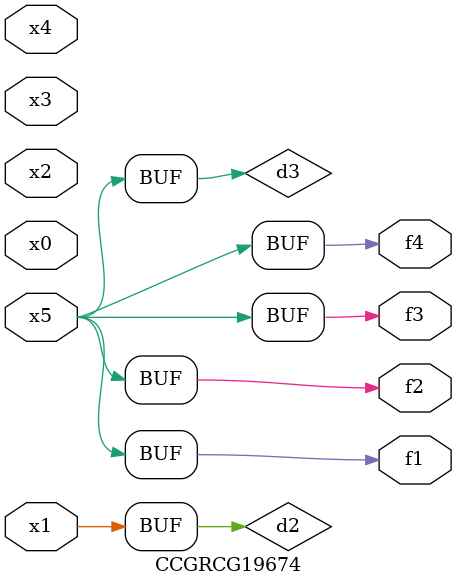
<source format=v>
module CCGRCG19674(
	input x0, x1, x2, x3, x4, x5,
	output f1, f2, f3, f4
);

	wire d1, d2, d3;

	not (d1, x5);
	or (d2, x1);
	xnor (d3, d1);
	assign f1 = d3;
	assign f2 = d3;
	assign f3 = d3;
	assign f4 = d3;
endmodule

</source>
